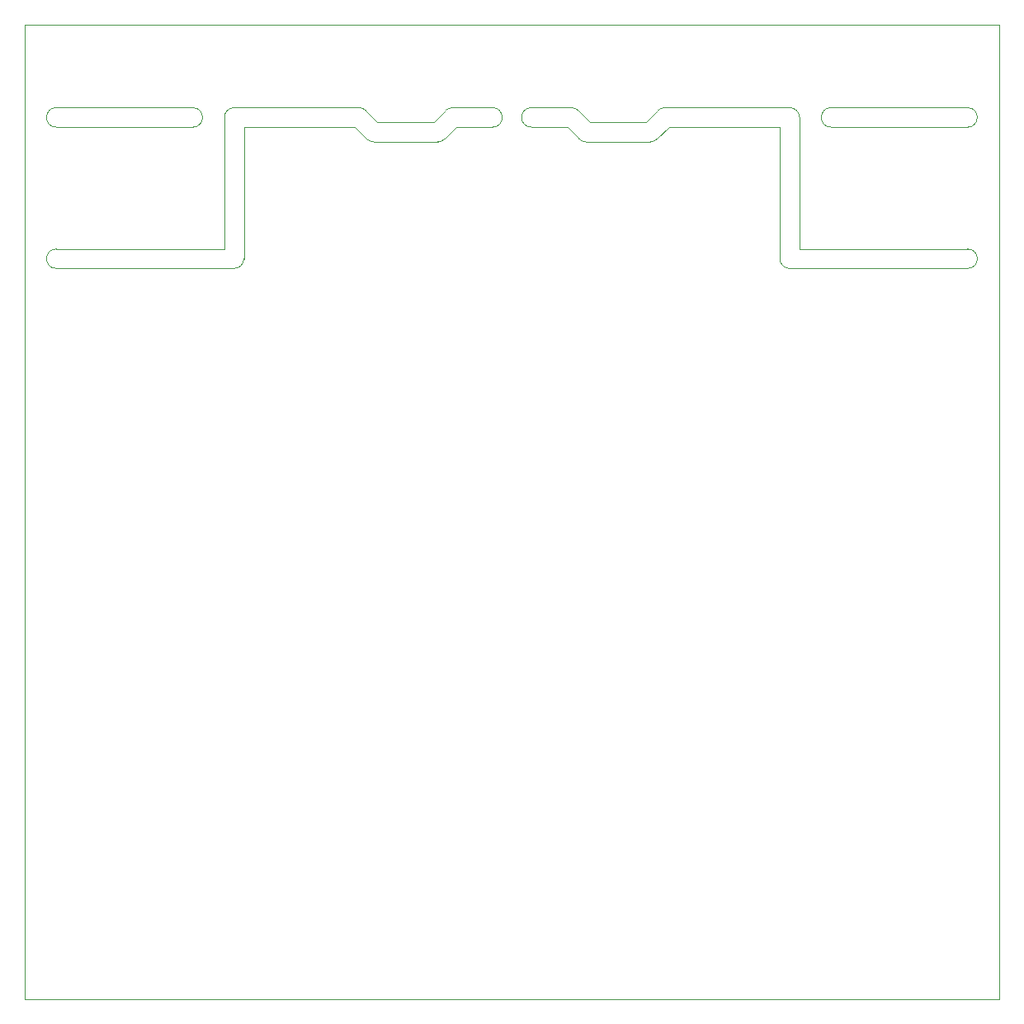
<source format=gbr>
%TF.GenerationSoftware,KiCad,Pcbnew,(5.1.9)-1*%
%TF.CreationDate,2021-05-16T18:27:06+02:00*%
%TF.ProjectId,STM32-Evalboard,53544d33-322d-4457-9661-6c626f617264,rev?*%
%TF.SameCoordinates,Original*%
%TF.FileFunction,Profile,NP*%
%FSLAX46Y46*%
G04 Gerber Fmt 4.6, Leading zero omitted, Abs format (unit mm)*
G04 Created by KiCad (PCBNEW (5.1.9)-1) date 2021-05-16 18:27:06*
%MOMM*%
%LPD*%
G01*
G04 APERTURE LIST*
%TA.AperFunction,Profile*%
%ADD10C,0.050000*%
%TD*%
G04 APERTURE END LIST*
D10*
X162000000Y-45500000D02*
X165700000Y-45500000D01*
X168000000Y-45000000D02*
X173800000Y-45000000D01*
X174992893Y-43792893D02*
G75*
G02*
X175700000Y-43500000I707107J-707107D01*
G01*
X173800000Y-45000000D02*
X174992893Y-43792893D01*
X166807107Y-43792893D02*
G75*
G03*
X166100000Y-43500000I-707107J-707107D01*
G01*
X166807107Y-43792893D02*
X168000000Y-45000000D01*
X152000000Y-45000000D02*
X153192893Y-43792893D01*
X146200000Y-45000000D02*
X152000000Y-45000000D01*
X145007107Y-43792893D02*
X146200000Y-45000000D01*
X153192893Y-43792893D02*
G75*
G02*
X153900000Y-43500000I707107J-707107D01*
G01*
X145007107Y-43792893D02*
G75*
G03*
X144300000Y-43500000I-707107J-707107D01*
G01*
X131500000Y-43500000D02*
X144300000Y-43500000D01*
X206750000Y-45500000D02*
X192750000Y-45500000D01*
X192750000Y-43500000D02*
X206750000Y-43500000D01*
X188500000Y-43500000D02*
G75*
G02*
X189500000Y-44500000I0J-1000000D01*
G01*
X130500000Y-44500000D02*
G75*
G02*
X131500000Y-43500000I1000000J0D01*
G01*
X130500000Y-58000000D02*
X130500000Y-44500000D01*
X113250000Y-58000000D02*
X130500000Y-58000000D01*
X113250000Y-45500000D02*
X127250000Y-45500000D01*
X127250000Y-43500000D02*
X113250000Y-43500000D01*
X158000000Y-43500000D02*
X153900000Y-43500000D01*
X162000000Y-43500000D02*
X166100000Y-43500000D01*
X188500000Y-43500000D02*
X175700000Y-43500000D01*
X189500000Y-58000000D02*
X189500000Y-44500000D01*
X206750000Y-58000000D02*
X189500000Y-58000000D01*
X206750000Y-60000000D02*
G75*
G03*
X206750000Y-58000000I0J1000000D01*
G01*
X206750000Y-45500000D02*
G75*
G03*
X206750000Y-43500000I0J1000000D01*
G01*
X192750000Y-43500000D02*
G75*
G03*
X192750000Y-45500000I0J-1000000D01*
G01*
X158000000Y-45500000D02*
G75*
G03*
X158000000Y-43500000I0J1000000D01*
G01*
X162000000Y-43500000D02*
G75*
G03*
X162000000Y-45500000I0J-1000000D01*
G01*
X127250000Y-45500000D02*
G75*
G03*
X127250000Y-43500000I0J1000000D01*
G01*
X113250000Y-43500000D02*
G75*
G03*
X113250000Y-45500000I0J-1000000D01*
G01*
X113250000Y-58000000D02*
G75*
G03*
X113250000Y-60000000I0J-1000000D01*
G01*
X174907107Y-46707107D02*
G75*
G02*
X174200000Y-47000000I-707107J707107D01*
G01*
X166892893Y-46707107D02*
G75*
G03*
X167600000Y-47000000I707107J707107D01*
G01*
X174907107Y-46707107D02*
X176100000Y-45500000D01*
X166892893Y-46707107D02*
X165700000Y-45500000D01*
X167600000Y-47000000D02*
X174200000Y-47000000D01*
X153107107Y-46707107D02*
G75*
G02*
X152400000Y-47000000I-707107J707107D01*
G01*
X188500000Y-60000000D02*
G75*
G02*
X187500000Y-59000000I0J1000000D01*
G01*
X145092893Y-46707107D02*
G75*
G03*
X145800000Y-47000000I707107J707107D01*
G01*
X132500000Y-59000000D02*
G75*
G02*
X131500000Y-60000000I-1000000J0D01*
G01*
X110000000Y-35000000D02*
X110000000Y-58000000D01*
X210000000Y-58000000D02*
X210000000Y-35000000D01*
X176100000Y-45500000D02*
X187500000Y-45500000D01*
X154300000Y-45500000D02*
X158000000Y-45500000D01*
X145092893Y-46707107D02*
X143900000Y-45500000D01*
X153107107Y-46707107D02*
X154300000Y-45500000D01*
X145800000Y-47000000D02*
X152400000Y-47000000D01*
X187500000Y-59000000D02*
X187500000Y-45500000D01*
X132500000Y-59000000D02*
X132500000Y-45500000D01*
X188500000Y-60000000D02*
X206750000Y-60000000D01*
X132500000Y-45500000D02*
X143900000Y-45500000D01*
X113250000Y-60000000D02*
X131500000Y-60000000D01*
X110000000Y-35000000D02*
X210000000Y-35000000D01*
X210000000Y-135000000D02*
X210000000Y-58000000D01*
X110000000Y-135000000D02*
X210000000Y-135000000D01*
X110000000Y-58000000D02*
X110000000Y-135000000D01*
M02*

</source>
